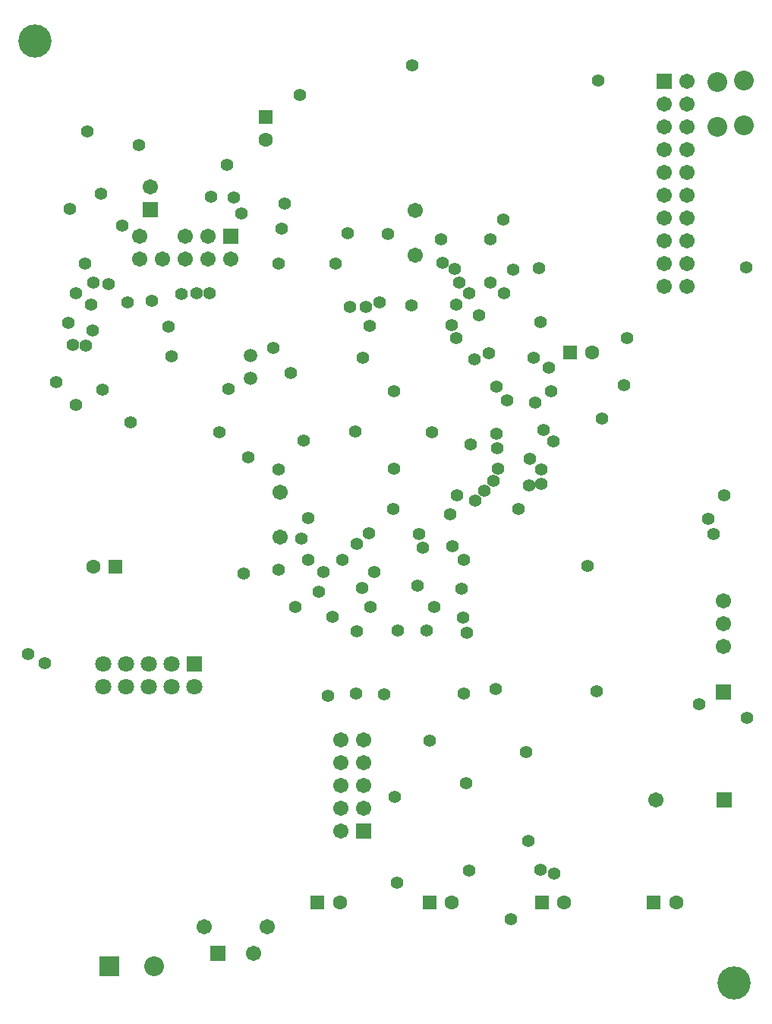
<source format=gbs>
%FSLAX43Y43*%
%MOMM*%
G71*
G01*
G75*
%ADD10C,0.300*%
%ADD11R,1.600X1.800*%
%ADD12R,1.800X1.600*%
%ADD13R,3.500X2.600*%
%ADD14R,2.200X0.550*%
%ADD15R,2.200X0.550*%
%ADD16R,0.300X1.600*%
%ADD17C,0.075*%
%ADD18R,0.600X2.150*%
%ADD19R,1.200X2.000*%
%ADD20R,0.550X1.450*%
%ADD21R,0.550X1.450*%
%ADD22R,0.600X1.700*%
%ADD23R,0.850X1.300*%
%ADD24R,0.600X2.150*%
%ADD25R,1.700X0.600*%
%ADD26R,2.150X1.100*%
%ADD27R,2.150X1.100*%
%ADD28R,2.150X3.500*%
%ADD29C,0.400*%
%ADD30C,0.600*%
%ADD31C,0.500*%
%ADD32C,0.800*%
%ADD33C,1.600*%
%ADD34C,1.600*%
%ADD35R,1.600X1.600*%
%ADD36C,3.500*%
%ADD37C,2.000*%
%ADD38R,2.000X2.000*%
%ADD39R,1.400X1.400*%
%ADD40C,1.400*%
%ADD41C,1.300*%
%ADD42R,1.500X1.500*%
%ADD43C,1.500*%
%ADD44C,1.500*%
%ADD45C,1.200*%
%ADD46R,1.803X2.003*%
%ADD47R,2.003X1.803*%
%ADD48R,3.703X2.803*%
%ADD49R,2.403X0.753*%
%ADD50R,2.403X0.753*%
%ADD51R,0.503X1.803*%
%ADD52R,0.803X2.353*%
%ADD53R,1.403X2.203*%
%ADD54R,0.753X1.653*%
%ADD55R,0.753X1.653*%
%ADD56R,0.803X1.903*%
%ADD57R,1.053X1.503*%
%ADD58R,0.803X2.353*%
%ADD59R,1.903X0.803*%
%ADD60R,2.353X1.303*%
%ADD61R,2.353X1.303*%
%ADD62R,2.353X3.703*%
%ADD63C,1.803*%
%ADD64C,1.803*%
%ADD65R,1.803X1.803*%
%ADD66C,3.703*%
%ADD67C,2.203*%
%ADD68R,2.203X2.203*%
%ADD69R,1.603X1.603*%
%ADD70C,1.603*%
%ADD71C,1.503*%
%ADD72R,1.703X1.703*%
%ADD73C,1.703*%
%ADD74C,1.703*%
%ADD75C,1.403*%
D63*
X11118Y36548D02*
D03*
X13658D02*
D03*
X13658Y39088D02*
D03*
X16198Y36548D02*
D03*
Y39088D02*
D03*
X18738Y36548D02*
D03*
D64*
X11118Y39088D02*
D03*
X18738D02*
D03*
X21278Y36548D02*
D03*
D65*
Y39088D02*
D03*
D66*
X3500Y108500D02*
D03*
X81500Y3500D02*
D03*
D67*
X82600Y104050D02*
D03*
X16750Y5400D02*
D03*
X79600Y103950D02*
D03*
X82600Y99050D02*
D03*
X79600Y98950D02*
D03*
D68*
X11750Y5400D02*
D03*
D69*
X72511Y12492D02*
D03*
X60011D02*
D03*
X47511D02*
D03*
X35011D02*
D03*
X12489Y49858D02*
D03*
X29242Y99989D02*
D03*
X63161Y73792D02*
D03*
D70*
X75011Y12492D02*
D03*
X62511D02*
D03*
X50011D02*
D03*
X37511D02*
D03*
X29242Y97489D02*
D03*
X65661Y73792D02*
D03*
X9989Y49858D02*
D03*
D71*
X27555Y70899D02*
D03*
Y73399D02*
D03*
D72*
X25349Y86762D02*
D03*
X80309Y35942D02*
D03*
X80375Y23900D02*
D03*
X23900Y6800D02*
D03*
X73650Y104000D02*
D03*
X16388Y89695D02*
D03*
X40150Y20450D02*
D03*
D73*
X20269Y86762D02*
D03*
X15189Y84222D02*
D03*
Y86762D02*
D03*
X22809D02*
D03*
X80309Y41022D02*
D03*
X45900Y84592D02*
D03*
X30800Y53192D02*
D03*
X30800Y58192D02*
D03*
X45900Y89592D02*
D03*
X29400Y9800D02*
D03*
X22400D02*
D03*
X27900Y6800D02*
D03*
X76190Y104000D02*
D03*
X73650Y101460D02*
D03*
X76190D02*
D03*
X73650Y98920D02*
D03*
Y96380D02*
D03*
X76190D02*
D03*
X73650Y93840D02*
D03*
X76190D02*
D03*
X73650Y91300D02*
D03*
X76190D02*
D03*
X73650Y88760D02*
D03*
X76190D02*
D03*
X73650Y86220D02*
D03*
X76190D02*
D03*
X73650Y83680D02*
D03*
X76190D02*
D03*
X73650Y81140D02*
D03*
X76190D02*
D03*
X37610Y20450D02*
D03*
Y22990D02*
D03*
Y25530D02*
D03*
Y28070D02*
D03*
X40150Y30610D02*
D03*
X37610D02*
D03*
X16388Y92235D02*
D03*
X40150Y28070D02*
D03*
Y25530D02*
D03*
Y22990D02*
D03*
X76190Y98920D02*
D03*
X72740Y23900D02*
D03*
X80309Y46102D02*
D03*
Y43562D02*
D03*
D74*
X17729Y84222D02*
D03*
X20269D02*
D03*
X22809D02*
D03*
X25349D02*
D03*
D75*
X66350Y104050D02*
D03*
X2700Y40200D02*
D03*
X4550Y39150D02*
D03*
X56850Y83000D02*
D03*
X50300Y83050D02*
D03*
X9900Y76200D02*
D03*
X50500Y75350D02*
D03*
X7200Y77050D02*
D03*
X53050Y77950D02*
D03*
X51900Y80400D02*
D03*
X55850D02*
D03*
X54300Y81550D02*
D03*
X50850Y81600D02*
D03*
X79150Y53550D02*
D03*
X46300D02*
D03*
X78550Y55250D02*
D03*
X40750Y53600D02*
D03*
X51350Y50700D02*
D03*
X37770D02*
D03*
X51250Y44250D02*
D03*
X36700Y44300D02*
D03*
X48000Y45400D02*
D03*
X32550D02*
D03*
X40900D02*
D03*
X57450Y56350D02*
D03*
X49800Y55750D02*
D03*
X80350Y57850D02*
D03*
X50550D02*
D03*
X58600Y58950D02*
D03*
X52600Y57300D02*
D03*
X53600Y58400D02*
D03*
X60000Y59150D02*
D03*
Y60700D02*
D03*
X54600Y59450D02*
D03*
X58700Y61900D02*
D03*
X55150Y60800D02*
D03*
X55050Y63100D02*
D03*
X61350Y63850D02*
D03*
X59900Y16100D02*
D03*
X43900Y14650D02*
D03*
X56550Y10650D02*
D03*
X61400Y15700D02*
D03*
X60200Y65100D02*
D03*
X55000Y64700D02*
D03*
Y69950D02*
D03*
X54100Y73700D02*
D03*
X47800Y64900D02*
D03*
X43500Y69450D02*
D03*
X39250Y65000D02*
D03*
X43500Y60800D02*
D03*
X11700Y81400D02*
D03*
X10050Y81550D02*
D03*
X48950Y83750D02*
D03*
X22950Y80400D02*
D03*
X41950Y79350D02*
D03*
X21500Y80400D02*
D03*
X19800Y80300D02*
D03*
X40850Y76700D02*
D03*
X52500Y73050D02*
D03*
X69200Y70100D02*
D03*
X30100Y74300D02*
D03*
X69550Y75400D02*
D03*
X66150Y36050D02*
D03*
X77600Y34600D02*
D03*
X50000Y76800D02*
D03*
X25650Y91050D02*
D03*
X82850Y83250D02*
D03*
X82950Y33050D02*
D03*
X33000Y102502D02*
D03*
X45550Y105800D02*
D03*
X55750Y88550D02*
D03*
X40050Y73150D02*
D03*
X8100Y80400D02*
D03*
X43998Y42798D02*
D03*
X61050Y69450D02*
D03*
X60850Y72100D02*
D03*
X66750Y66400D02*
D03*
X30650Y83700D02*
D03*
X43450Y56300D02*
D03*
X41350Y49300D02*
D03*
X35650D02*
D03*
X32000Y71500D02*
D03*
X33500Y63950D02*
D03*
X34000Y55350D02*
D03*
X18700Y73350D02*
D03*
X37050Y83650D02*
D03*
X26500Y89300D02*
D03*
X40400Y78850D02*
D03*
X38600D02*
D03*
X25050Y69700D02*
D03*
X33250Y53050D02*
D03*
X13250Y87887D02*
D03*
X51100Y47450D02*
D03*
X50050Y52150D02*
D03*
X46197Y47800D02*
D03*
X39997Y47500D02*
D03*
X39350Y52450D02*
D03*
X33950Y50650D02*
D03*
X35197Y47100D02*
D03*
X30650Y49550D02*
D03*
X26800Y49150D02*
D03*
X47150Y42750D02*
D03*
X51697Y42500D02*
D03*
X46797Y52000D02*
D03*
X65097Y49950D02*
D03*
X51350Y35750D02*
D03*
X54850Y36250D02*
D03*
X42450Y35650D02*
D03*
X39297Y35800D02*
D03*
X39397Y42700D02*
D03*
X36197Y35500D02*
D03*
X43650Y24250D02*
D03*
X51897Y16050D02*
D03*
X58500Y19350D02*
D03*
X58300Y29250D02*
D03*
X51550Y25750D02*
D03*
X47550Y30550D02*
D03*
X31350Y90350D02*
D03*
X30997Y87550D02*
D03*
X38397Y87050D02*
D03*
X42850Y86950D02*
D03*
X48750Y86350D02*
D03*
X54300D02*
D03*
X45497Y79050D02*
D03*
X50497Y79100D02*
D03*
X59697Y83150D02*
D03*
X59850Y77150D02*
D03*
X59100Y73150D02*
D03*
X59250Y68150D02*
D03*
X56150Y68450D02*
D03*
X52097Y63500D02*
D03*
X30697Y60700D02*
D03*
X27297Y62100D02*
D03*
X24097Y64900D02*
D03*
X14150Y65950D02*
D03*
X11050Y69650D02*
D03*
X8050Y67950D02*
D03*
X9797Y79100D02*
D03*
X13797Y79400D02*
D03*
X16500Y79550D02*
D03*
X9050Y83650D02*
D03*
X10897Y91500D02*
D03*
X15050Y96850D02*
D03*
X24897Y94700D02*
D03*
X23097Y91150D02*
D03*
X5900Y70503D02*
D03*
X9150Y74550D02*
D03*
X7750Y74600D02*
D03*
X7350Y89750D02*
D03*
X9300Y98400D02*
D03*
X18400Y76650D02*
D03*
M02*

</source>
